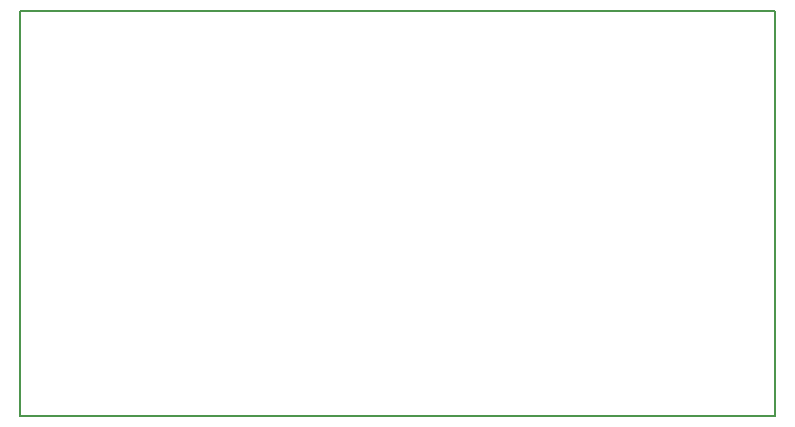
<source format=gm1>
G04 #@! TF.GenerationSoftware,KiCad,Pcbnew,7.0.5-0*
G04 #@! TF.CreationDate,2024-06-20T00:37:07-04:00*
G04 #@! TF.ProjectId,ESP32_MIDI,45535033-325f-44d4-9944-492e6b696361,rev?*
G04 #@! TF.SameCoordinates,Original*
G04 #@! TF.FileFunction,Profile,NP*
%FSLAX46Y46*%
G04 Gerber Fmt 4.6, Leading zero omitted, Abs format (unit mm)*
G04 Created by KiCad (PCBNEW 7.0.5-0) date 2024-06-20 00:37:07*
%MOMM*%
%LPD*%
G01*
G04 APERTURE LIST*
G04 #@! TA.AperFunction,Profile*
%ADD10C,0.200000*%
G04 #@! TD*
G04 APERTURE END LIST*
D10*
X118288000Y-30000000D02*
X182220000Y-30000000D01*
X182220000Y-64252000D01*
X118288000Y-64252000D01*
X118288000Y-30000000D01*
M02*

</source>
